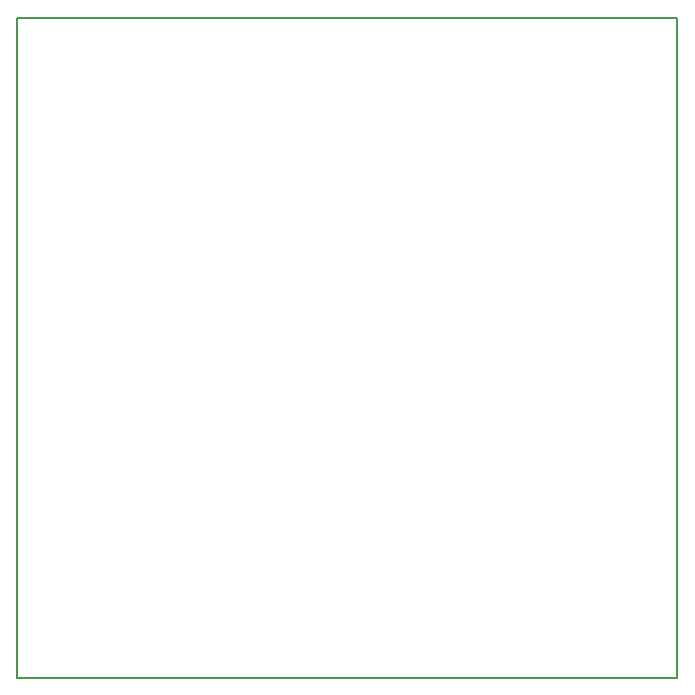
<source format=gbr>
%TF.GenerationSoftware,KiCad,Pcbnew,(5.1.6)-1*%
%TF.CreationDate,2020-10-15T00:56:24-04:00*%
%TF.ProjectId,KiCAD PCB,4b694341-4420-4504-9342-2e6b69636164,rev?*%
%TF.SameCoordinates,Original*%
%TF.FileFunction,Profile,NP*%
%FSLAX46Y46*%
G04 Gerber Fmt 4.6, Leading zero omitted, Abs format (unit mm)*
G04 Created by KiCad (PCBNEW (5.1.6)-1) date 2020-10-15 00:56:24*
%MOMM*%
%LPD*%
G01*
G04 APERTURE LIST*
%TA.AperFunction,Profile*%
%ADD10C,0.150000*%
%TD*%
G04 APERTURE END LIST*
D10*
X146050000Y-59690000D02*
X90170000Y-59690000D01*
X146050000Y-115570000D02*
X146050000Y-59690000D01*
X90170000Y-115570000D02*
X146050000Y-115570000D01*
X90170000Y-59690000D02*
X90170000Y-115570000D01*
M02*

</source>
